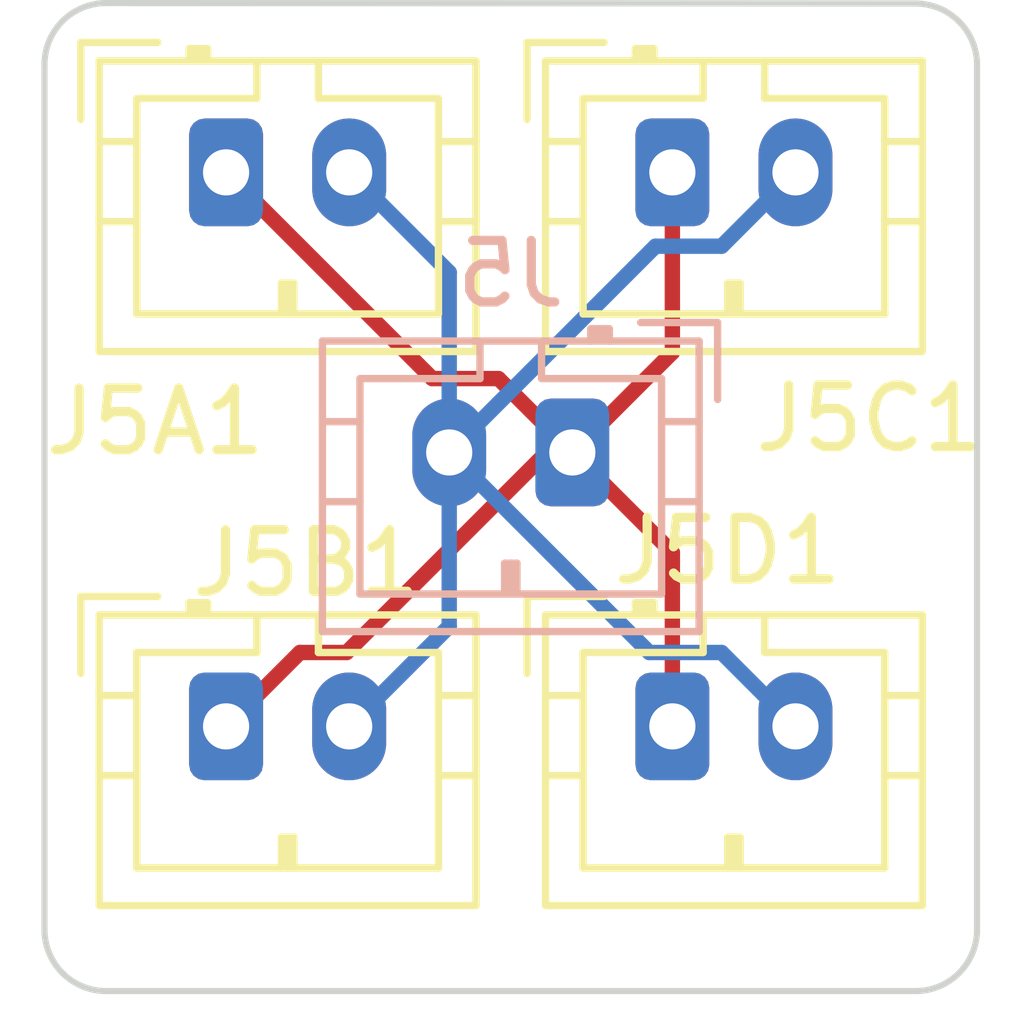
<source format=kicad_pcb>
(kicad_pcb (version 20211014) (generator pcbnew)
  (layers (0 "F.Cu" signal) (31 "B.Cu" signal) (34 "B.Paste" user) (35 "F.Paste" user) (36 "B.SilkS" user "B.Silkscreen") (37 "F.SilkS" user "F.Silkscreen") (38 "B.Mask" user) (39 "F.Mask" user) (44 "Edge.Cuts" user))
  (net 0 "")
  (net 1 "Net-(J5D1-Pad1)")
  (net 2 "Net-(J5D1-Pad2)")
  (footprint "Connector_JST:JST_PH_B2B-PH-K_1x02_P2.00mm_Vertical" (layer "F.Cu") (at 71.8 45.55)
    (fp_text reference "J5D1" (at 0.9 -2.85) (layer "F.SilkS"))
    (fp_text value "Conn_01x02")
    (fp_line (start -0.3 -2.01) (end -0.6 -2.01) (layer "F.SilkS") (width 0.12))
    (fp_line (start 0.5 -1.2) (end -1.45 -1.2) (layer "F.SilkS") (width 0.12))
    (fp_line (start 4.06 -0.5) (end 3.45 -0.5) (layer "F.SilkS") (width 0.12))
    (fp_line (start -2.06 -0.5) (end -1.45 -0.5) (layer "F.SilkS") (width 0.12))
    (fp_line (start 4.06 0.8) (end 3.45 0.8) (layer "F.SilkS") (width 0.12))
    (fp_line (start -2.06 0.8) (end -1.45 0.8) (layer "F.SilkS") (width 0.12))
    (fp_line (start 3.45 2.3) (end 3.45 -1.2) (layer "F.SilkS") (width 0.12))
    (fp_line (start -2.36 -2.11) (end -2.36 -0.86) (layer "F.SilkS") (width 0.12))
    (fp_line (start -2.06 -1.81) (end -2.06 2.91) (layer "F.SilkS") (width 0.12))
    (fp_line (start -0.3 -1.91) (end -0.6 -1.91) (layer "F.SilkS") (width 0.12))
    (fp_line (start 0.9 1.8) (end 1.1 1.8) (layer "F.SilkS") (width 0.12))
    (fp_line (start 3.45 -1.2) (end 1.5 -1.2) (layer "F.SilkS") (width 0.12))
    (fp_line (start 4.06 2.91) (end 4.06 -1.81) (layer "F.SilkS") (width 0.12))
    (fp_line (start 1.5 -1.2) (end 1.5 -1.81) (layer "F.SilkS") (width 0.12))
    (fp_line (start 0.5 -1.81) (end 0.5 -1.2) (layer "F.SilkS") (width 0.12))
    (fp_line (start -2.06 2.91) (end 4.06 2.91) (layer "F.SilkS") (width 0.12))
    (fp_line (start 1.1 1.8) (end 1.1 2.3) (layer "F.SilkS") (width 0.12))
    (fp_line (start 0.9 2.3) (end 0.9 1.8) (layer "F.SilkS") (width 0.12))
    (fp_line (start -1.45 -1.2) (end -1.45 2.3) (layer "F.SilkS") (width 0.12))
    (fp_line (start -1.11 -2.11) (end -2.36 -2.11) (layer "F.SilkS") (width 0.12))
    (fp_line (start -0.6 -2.01) (end -0.6 -1.81) (layer "F.SilkS") (width 0.12))
    (fp_line (start 1 2.3) (end 1 1.8) (layer "F.SilkS") (width 0.12))
    (fp_line (start -0.3 -1.81) (end -0.3 -2.01) (layer "F.SilkS") (width 0.12))
    (fp_line (start -1.45 2.3) (end 3.45 2.3) (layer "F.SilkS") (width 0.12))
    (fp_line (start 4.06 -1.81) (end -2.06 -1.81) (layer "F.SilkS") (width 0.12))
    (pad "1" thru_hole roundrect (at 0 0) (size 1.2 1.75) (drill 0.75) (layers *.Cu *.Mask) (roundrect_rratio 0.2083333333) (net 1 "Net-(J5D1-Pad1)"))
    (pad "2" thru_hole oval (at 2 0) (size 1.2 1.75) (drill 0.75) (layers *.Cu *.Mask) (net 2 "Net-(J5D1-Pad2)"))
  )
  (footprint "Connector_JST:JST_PH_B2B-PH-K_1x02_P2.00mm_Vertical" (layer "F.Cu") (at 64.55 36.55)
    (fp_text reference "J5A1" (at -1.15 4.05) (layer "F.SilkS"))
    (fp_text value "Conn_01x02")
    (fp_line (start -1.11 -2.11) (end -2.36 -2.11) (layer "F.SilkS") (width 0.12))
    (fp_line (start 0.5 -1.81) (end 0.5 -1.2) (layer "F.SilkS") (width 0.12))
    (fp_line (start -2.06 2.91) (end 4.06 2.91) (layer "F.SilkS") (width 0.12))
    (fp_line (start 1 2.3) (end 1 1.8) (layer "F.SilkS") (width 0.12))
    (fp_line (start 1.1 1.8) (end 1.1 2.3) (layer "F.SilkS") (width 0.12))
    (fp_line (start -2.06 -1.81) (end -2.06 2.91) (layer "F.SilkS") (width 0.12))
    (fp_line (start -2.36 -2.11) (end -2.36 -0.86) (layer "F.SilkS") (width 0.12))
    (fp_line (start -0.3 -1.91) (end -0.6 -1.91) (layer "F.SilkS") (width 0.12))
    (fp_line (start 4.06 -0.5) (end 3.45 -0.5) (layer "F.SilkS") (width 0.12))
    (fp_line (start 4.06 -1.81) (end -2.06 -1.81) (layer "F.SilkS") (width 0.12))
    (fp_line (start -2.06 -0.5) (end -1.45 -0.5) (layer "F.SilkS") (width 0.12))
    (fp_line (start 3.45 2.3) (end 3.45 -1.2) (layer "F.SilkS") (width 0.12))
    (fp_line (start 0.9 1.8) (end 1.1 1.8) (layer "F.SilkS") (width 0.12))
    (fp_line (start 4.06 2.91) (end 4.06 -1.81) (layer "F.SilkS") (width 0.12))
    (fp_line (start 0.9 2.3) (end 0.9 1.8) (layer "F.SilkS") (width 0.12))
    (fp_line (start 1.5 -1.2) (end 1.5 -1.81) (layer "F.SilkS") (width 0.12))
    (fp_line (start -1.45 -1.2) (end -1.45 2.3) (layer "F.SilkS") (width 0.12))
    (fp_line (start 4.06 0.8) (end 3.45 0.8) (layer "F.SilkS") (width 0.12))
    (fp_line (start -2.06 0.8) (end -1.45 0.8) (layer "F.SilkS") (width 0.12))
    (fp_line (start -0.3 -1.81) (end -0.3 -2.01) (layer "F.SilkS") (width 0.12))
    (fp_line (start -0.3 -2.01) (end -0.6 -2.01) (layer "F.SilkS") (width 0.12))
    (fp_line (start -1.45 2.3) (end 3.45 2.3) (layer "F.SilkS") (width 0.12))
    (fp_line (start 0.5 -1.2) (end -1.45 -1.2) (layer "F.SilkS") (width 0.12))
    (fp_line (start -0.6 -2.01) (end -0.6 -1.81) (layer "F.SilkS") (width 0.12))
    (fp_line (start 3.45 -1.2) (end 1.5 -1.2) (layer "F.SilkS") (width 0.12))
    (pad "1" thru_hole roundrect (at 0 0) (size 1.2 1.75) (drill 0.75) (layers *.Cu *.Mask) (roundrect_rratio 0.2083333333) (net 1 "Net-(J5D1-Pad1)"))
    (pad "2" thru_hole oval (at 2 0) (size 1.2 1.75) (drill 0.75) (layers *.Cu *.Mask) (net 2 "Net-(J5D1-Pad2)"))
  )
  (footprint "Connector_JST:JST_PH_B2B-PH-K_1x02_P2.00mm_Vertical" (layer "F.Cu") (at 64.55 45.55)
    (fp_text reference "J5B1" (at 1.3 -2.65) (layer "F.SilkS"))
    (fp_text value "Conn_01x02")
    (fp_line (start 0.9 2.3) (end 0.9 1.8) (layer "F.SilkS") (width 0.12))
    (fp_line (start -2.36 -2.11) (end -2.36 -0.86) (layer "F.SilkS") (width 0.12))
    (fp_line (start -0.3 -1.81) (end -0.3 -2.01) (layer "F.SilkS") (width 0.12))
    (fp_line (start 3.45 2.3) (end 3.45 -1.2) (layer "F.SilkS") (width 0.12))
    (fp_line (start 3.45 -1.2) (end 1.5 -1.2) (layer "F.SilkS") (width 0.12))
    (fp_line (start 1.1 1.8) (end 1.1 2.3) (layer "F.SilkS") (width 0.12))
    (fp_line (start -1.45 -1.2) (end -1.45 2.3) (layer "F.SilkS") (width 0.12))
    (fp_line (start 0.5 -1.2) (end -1.45 -1.2) (layer "F.SilkS") (width 0.12))
    (fp_line (start -0.3 -1.91) (end -0.6 -1.91) (layer "F.SilkS") (width 0.12))
    (fp_line (start -0.3 -2.01) (end -0.6 -2.01) (layer "F.SilkS") (width 0.12))
    (fp_line (start -1.45 2.3) (end 3.45 2.3) (layer "F.SilkS") (width 0.12))
    (fp_line (start 4.06 2.91) (end 4.06 -1.81) (layer "F.SilkS") (width 0.12))
    (fp_line (start -1.11 -2.11) (end -2.36 -2.11) (layer "F.SilkS") (width 0.12))
    (fp_line (start -2.06 2.91) (end 4.06 2.91) (layer "F.SilkS") (width 0.12))
    (fp_line (start 4.06 -0.5) (end 3.45 -0.5) (layer "F.SilkS") (width 0.12))
    (fp_line (start -2.06 0.8) (end -1.45 0.8) (layer "F.SilkS") (width 0.12))
    (fp_line (start -2.06 -0.5) (end -1.45 -0.5) (layer "F.SilkS") (width 0.12))
    (fp_line (start 0.5 -1.81) (end 0.5 -1.2) (layer "F.SilkS") (width 0.12))
    (fp_line (start 4.06 -1.81) (end -2.06 -1.81) (layer "F.SilkS") (width 0.12))
    (fp_line (start 0.9 1.8) (end 1.1 1.8) (layer "F.SilkS") (width 0.12))
    (fp_line (start 1.5 -1.2) (end 1.5 -1.81) (layer "F.SilkS") (width 0.12))
    (fp_line (start -0.6 -2.01) (end -0.6 -1.81) (layer "F.SilkS") (width 0.12))
    (fp_line (start -2.06 -1.81) (end -2.06 2.91) (layer "F.SilkS") (width 0.12))
    (fp_line (start 1 2.3) (end 1 1.8) (layer "F.SilkS") (width 0.12))
    (fp_line (start 4.06 0.8) (end 3.45 0.8) (layer "F.SilkS") (width 0.12))
    (pad "1" thru_hole roundrect (at 0 0) (size 1.2 1.75) (drill 0.75) (layers *.Cu *.Mask) (roundrect_rratio 0.2083333333) (net 1 "Net-(J5D1-Pad1)"))
    (pad "2" thru_hole oval (at 2 0) (size 1.2 1.75) (drill 0.75) (layers *.Cu *.Mask) (net 2 "Net-(J5D1-Pad2)"))
  )
  (footprint "Connector_JST:JST_PH_B2B-PH-K_1x02_P2.00mm_Vertical" (layer "F.Cu") (at 71.8 36.55)
    (fp_text reference "J5C1" (at 3.2 4) (layer "F.SilkS"))
    (fp_text value "Conn_01x02")
    (fp_line (start -0.3 -2.01) (end -0.6 -2.01) (layer "F.SilkS") (width 0.12))
    (fp_line (start -0.6 -2.01) (end -0.6 -1.81) (layer "F.SilkS") (width 0.12))
    (fp_line (start 1.5 -1.2) (end 1.5 -1.81) (layer "F.SilkS") (width 0.12))
    (fp_line (start -2.06 -1.81) (end -2.06 2.91) (layer "F.SilkS") (width 0.12))
    (fp_line (start 1.1 1.8) (end 1.1 2.3) (layer "F.SilkS") (width 0.12))
    (fp_line (start -1.45 -1.2) (end -1.45 2.3) (layer "F.SilkS") (width 0.12))
    (fp_line (start -2.36 -2.11) (end -2.36 -0.86) (layer "F.SilkS") (width 0.12))
    (fp_line (start 1 2.3) (end 1 1.8) (layer "F.SilkS") (width 0.12))
    (fp_line (start -2.06 0.8) (end -1.45 0.8) (layer "F.SilkS") (width 0.12))
    (fp_line (start 4.06 -0.5) (end 3.45 -0.5) (layer "F.SilkS") (width 0.12))
    (fp_line (start -2.06 -0.5) (end -1.45 -0.5) (layer "F.SilkS") (width 0.12))
    (fp_line (start -1.11 -2.11) (end -2.36 -2.11) (layer "F.SilkS") (width 0.12))
    (fp_line (start 4.06 0.8) (end 3.45 0.8) (layer "F.SilkS") (width 0.12))
    (fp_line (start -1.45 2.3) (end 3.45 2.3) (layer "F.SilkS") (width 0.12))
    (fp_line (start -0.3 -1.91) (end -0.6 -1.91) (layer "F.SilkS") (width 0.12))
    (fp_line (start -0.3 -1.81) (end -0.3 -2.01) (layer "F.SilkS") (width 0.12))
    (fp_line (start 3.45 2.3) (end 3.45 -1.2) (layer "F.SilkS") (width 0.12))
    (fp_line (start 0.5 -1.2) (end -1.45 -1.2) (layer "F.SilkS") (width 0.12))
    (fp_line (start 0.9 1.8) (end 1.1 1.8) (layer "F.SilkS") (width 0.12))
    (fp_line (start 4.06 -1.81) (end -2.06 -1.81) (layer "F.SilkS") (width 0.12))
    (fp_line (start 4.06 2.91) (end 4.06 -1.81) (layer "F.SilkS") (width 0.12))
    (fp_line (start 0.9 2.3) (end 0.9 1.8) (layer "F.SilkS") (width 0.12))
    (fp_line (start -2.06 2.91) (end 4.06 2.91) (layer "F.SilkS") (width 0.12))
    (fp_line (start 0.5 -1.81) (end 0.5 -1.2) (layer "F.SilkS") (width 0.12))
    (fp_line (start 3.45 -1.2) (end 1.5 -1.2) (layer "F.SilkS") (width 0.12))
    (pad "1" thru_hole roundrect (at 0 0) (size 1.2 1.75) (drill 0.75) (layers *.Cu *.Mask) (roundrect_rratio 0.2083333333) (net 1 "Net-(J5D1-Pad1)"))
    (pad "2" thru_hole oval (at 2 0) (size 1.2 1.75) (drill 0.75) (layers *.Cu *.Mask) (net 2 "Net-(J5D1-Pad2)"))
  )
  (footprint "Connector_JST:JST_PH_B2B-PH-K_1x02_P2.00mm_Vertical" (layer "B.Cu") (at 70.175 41.1 180)
    (fp_text reference "J5" (at 1 2.9) (layer "B.SilkS") (effects (justify mirror)))
    (fp_text value "Conn_01x02")
    (fp_line (start 4.06 0.5) (end 3.45 0.5) (layer "B.SilkS") (width 0.12))
    (fp_line (start -2.06 -2.91) (end 4.06 -2.91) (layer "B.SilkS") (width 0.12))
    (fp_line (start 3.45 -2.3) (end 3.45 1.2) (layer "B.SilkS") (width 0.12))
    (fp_line (start -0.3 1.81) (end -0.3 2.01) (layer "B.SilkS") (width 0.12))
    (fp_line (start 1.5 1.2) (end 1.5 1.81) (layer "B.SilkS") (width 0.12))
    (fp_line (start 4.06 -2.91) (end 4.06 1.81) (layer "B.SilkS") (width 0.12))
    (fp_line (start -2.06 1.81) (end -2.06 -2.91) (layer "B.SilkS") (width 0.12))
    (fp_line (start -2.06 -0.8) (end -1.45 -0.8) (layer "B.SilkS") (width 0.12))
    (fp_line (start -0.3 2.01) (end -0.6 2.01) (layer "B.SilkS") (width 0.12))
    (fp_line (start 0.5 1.81) (end 0.5 1.2) (layer "B.SilkS") (width 0.12))
    (fp_line (start -0.3 1.91) (end -0.6 1.91) (layer "B.SilkS") (width 0.12))
    (fp_line (start 3.45 1.2) (end 1.5 1.2) (layer "B.SilkS") (width 0.12))
    (fp_line (start 0.5 1.2) (end -1.45 1.2) (layer "B.SilkS") (width 0.12))
    (fp_line (start 4.06 1.81) (end -2.06 1.81) (layer "B.SilkS") (width 0.12))
    (fp_line (start 4.06 -0.8) (end 3.45 -0.8) (layer "B.SilkS") (width 0.12))
    (fp_line (start 1 -2.3) (end 1 -1.8) (layer "B.SilkS") (width 0.12))
    (fp_line (start -1.11 2.11) (end -2.36 2.11) (layer "B.SilkS") (width 0.12))
    (fp_line (start -2.06 0.5) (end -1.45 0.5) (layer "B.SilkS") (width 0.12))
    (fp_line (start 0.9 -2.3) (end 0.9 -1.8) (layer "B.SilkS") (width 0.12))
    (fp_line (start 1.1 -1.8) (end 1.1 -2.3) (layer "B.SilkS") (width 0.12))
    (fp_line (start -2.36 2.11) (end -2.36 0.86) (layer "B.SilkS") (width 0.12))
    (fp_line (start -1.45 -2.3) (end 3.45 -2.3) (layer "B.SilkS") (width 0.12))
    (fp_line (start 0.9 -1.8) (end 1.1 -1.8) (layer "B.SilkS") (width 0.12))
    (fp_line (start -1.45 1.2) (end -1.45 -2.3) (layer "B.SilkS") (width 0.12))
    (fp_line (start -0.6 2.01) (end -0.6 1.81) (layer "B.SilkS") (width 0.12))
    (pad "1" thru_hole roundrect (at 0 0 180) (size 1.2 1.75) (drill 0.75) (layers *.Cu *.Mask) (roundrect_rratio 0.2083333333) (net 1 "Net-(J5D1-Pad1)"))
    (pad "2" thru_hole oval (at 2 0 180) (size 1.2 1.75) (drill 0.75) (layers *.Cu *.Mask) (net 2 "Net-(J5D1-Pad2)"))
  )
  (gr_arc (start 62.6 49.85) (mid 61.892893 49.557107) (end 61.6 48.85) (layer "Edge.Cuts") (width 0.1))
  (gr_line (start 61.6 34.8) (end 61.6 48.85) (layer "Edge.Cuts") (width 0.1))
  (gr_line (start 75.749893 49.85) (end 62.6 49.85) (layer "Edge.Cuts") (width 0.1))
  (gr_line (start 75.749893 33.807107) (end 62.6 33.8) (layer "Edge.Cuts") (width 0.1))
  (gr_arc (start 61.6 34.8) (mid 61.892893 34.092893) (end 62.6 33.8) (layer "Edge.Cuts") (width 0.1))
  (gr_arc (start 75.749893 33.807107) (mid 76.457002 34.099998) (end 76.749893 34.807107) (layer "Edge.Cuts") (width 0.1))
  (gr_line (start 76.749893 48.85) (end 76.749893 34.807107) (layer "Edge.Cuts") (width 0.1))
  (gr_arc (start 76.749893 48.85) (mid 76.456999 49.557104) (end 75.749893 49.85) (layer "Edge.Cuts") (width 0.1))
  (segment (start 71.8 39.475) (end 71.8 36.55) (width 0.25) (layer "F.Cu") (net 1))
  (segment (start 66.508148 44.35) (end 65.75 44.35) (width 0.25) (layer "F.Cu") (net 1))
  (segment (start 68.975 39.9) (end 67.9 39.9) (width 0.25) (layer "F.Cu") (net 1))
  (segment (start 67.9 39.9) (end 64.55 36.55) (width 0.25) (layer "F.Cu") (net 1))
  (segment (start 70.175 41.1) (end 71.8 42.725) (width 0.25) (layer "F.Cu") (net 1))
  (segment (start 69.758148 41.1) (end 66.508148 44.35) (width 0.25) (layer "F.Cu") (net 1))
  (segment (start 70.175 41.1) (end 69.758148 41.1) (width 0.25) (layer "F.Cu") (net 1))
  (segment (start 70.175 41.1) (end 71.8 39.475) (width 0.25) (layer "F.Cu") (net 1))
  (segment (start 65.75 44.35) (end 64.55 45.55) (width 0.25) (layer "F.Cu") (net 1))
  (segment (start 71.8 42.725) (end 71.8 45.55) (width 0.25) (layer "F.Cu") (net 1))
  (segment (start 70.175 41.1) (end 68.975 39.9) (width 0.25) (layer "F.Cu") (net 1))
  (segment (start 71.525 37.75) (end 72.6 37.75) (width 0.25) (layer "B.Cu") (net 2))
  (segment (start 68.175 41.1) (end 68.175 38.175) (width 0.25) (layer "B.Cu") (net 2))
  (segment (start 68.175 41.1) (end 71.425 44.35) (width 0.25) (layer "B.Cu") (net 2))
  (segment (start 68.175 41.1) (end 71.525 37.75) (width 0.25) (layer "B.Cu") (net 2))
  (segment (start 68.175 38.175) (end 66.55 36.55) (width 0.25) (layer "B.Cu") (net 2))
  (segment (start 72.6 44.35) (end 73.8 45.55) (width 0.25) (layer "B.Cu") (net 2))
  (segment (start 68.175 41.1) (end 68.175 43.925) (width 0.25) (layer "B.Cu") (net 2))
  (segment (start 71.425 44.35) (end 72.6 44.35) (width 0.25) (layer "B.Cu") (net 2))
  (segment (start 68.175 43.925) (end 66.55 45.55) (width 0.25) (layer "B.Cu") (net 2))
  (segment (start 72.6 37.75) (end 73.8 36.55) (width 0.25) (layer "B.Cu") (net 2))
)
</source>
